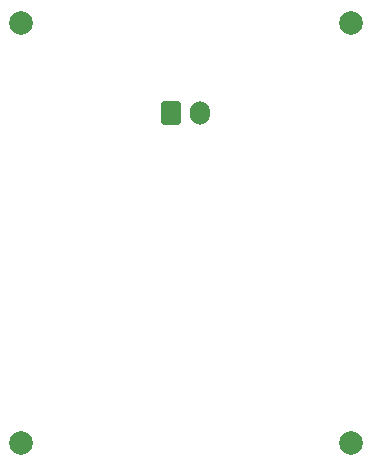
<source format=gbr>
%TF.GenerationSoftware,KiCad,Pcbnew,7.0.10*%
%TF.CreationDate,2024-01-18T13:18:40-08:00*%
%TF.ProjectId,Lab2,4c616232-2e6b-4696-9361-645f70636258,rev?*%
%TF.SameCoordinates,Original*%
%TF.FileFunction,Soldermask,Bot*%
%TF.FilePolarity,Negative*%
%FSLAX46Y46*%
G04 Gerber Fmt 4.6, Leading zero omitted, Abs format (unit mm)*
G04 Created by KiCad (PCBNEW 7.0.10) date 2024-01-18 13:18:40*
%MOMM*%
%LPD*%
G01*
G04 APERTURE LIST*
G04 Aperture macros list*
%AMRoundRect*
0 Rectangle with rounded corners*
0 $1 Rounding radius*
0 $2 $3 $4 $5 $6 $7 $8 $9 X,Y pos of 4 corners*
0 Add a 4 corners polygon primitive as box body*
4,1,4,$2,$3,$4,$5,$6,$7,$8,$9,$2,$3,0*
0 Add four circle primitives for the rounded corners*
1,1,$1+$1,$2,$3*
1,1,$1+$1,$4,$5*
1,1,$1+$1,$6,$7*
1,1,$1+$1,$8,$9*
0 Add four rect primitives between the rounded corners*
20,1,$1+$1,$2,$3,$4,$5,0*
20,1,$1+$1,$4,$5,$6,$7,0*
20,1,$1+$1,$6,$7,$8,$9,0*
20,1,$1+$1,$8,$9,$2,$3,0*%
G04 Aperture macros list end*
%ADD10C,2.000000*%
%ADD11RoundRect,0.250000X-0.600000X-0.750000X0.600000X-0.750000X0.600000X0.750000X-0.600000X0.750000X0*%
%ADD12O,1.700000X2.000000*%
G04 APERTURE END LIST*
D10*
%TO.C,REF\u002A\u002A*%
X88900000Y-63500000D03*
%TD*%
%TO.C,REF\u002A\u002A*%
X60960000Y-63500000D03*
%TD*%
%TO.C,REF\u002A\u002A*%
X88900000Y-27940000D03*
%TD*%
%TO.C,REF\u002A\u002A*%
X60960000Y-27940000D03*
%TD*%
D11*
%TO.C,J1*%
X73660000Y-35560000D03*
D12*
X76160000Y-35560000D03*
%TD*%
M02*

</source>
